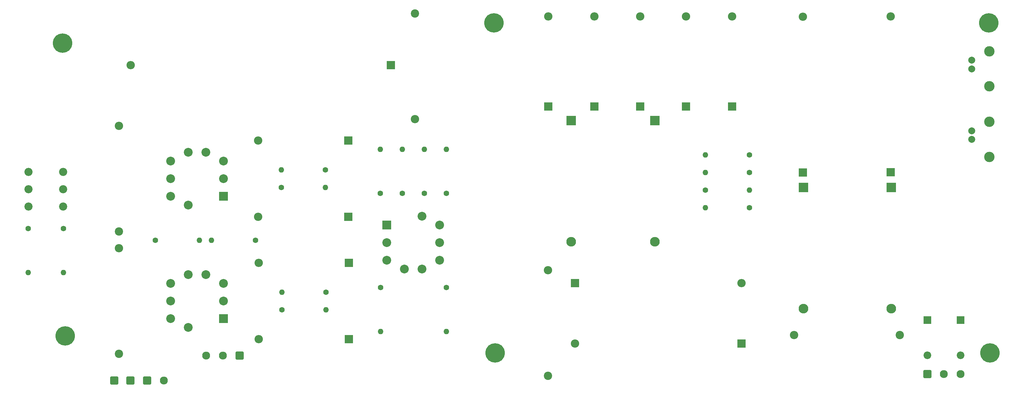
<source format=gbr>
%TF.GenerationSoftware,KiCad,Pcbnew,(6.0.0)*%
%TF.CreationDate,2022-08-03T23:08:05+01:00*%
%TF.ProjectId,Decware SE84,44656377-6172-4652-9053-4538342e6b69,rev?*%
%TF.SameCoordinates,Original*%
%TF.FileFunction,Soldermask,Bot*%
%TF.FilePolarity,Negative*%
%FSLAX46Y46*%
G04 Gerber Fmt 4.6, Leading zero omitted, Abs format (unit mm)*
G04 Created by KiCad (PCBNEW (6.0.0)) date 2022-08-03 23:08:05*
%MOMM*%
%LPD*%
G01*
G04 APERTURE LIST*
G04 Aperture macros list*
%AMRoundRect*
0 Rectangle with rounded corners*
0 $1 Rounding radius*
0 $2 $3 $4 $5 $6 $7 $8 $9 X,Y pos of 4 corners*
0 Add a 4 corners polygon primitive as box body*
4,1,4,$2,$3,$4,$5,$6,$7,$8,$9,$2,$3,0*
0 Add four circle primitives for the rounded corners*
1,1,$1+$1,$2,$3*
1,1,$1+$1,$4,$5*
1,1,$1+$1,$6,$7*
1,1,$1+$1,$8,$9*
0 Add four rect primitives between the rounded corners*
20,1,$1+$1,$2,$3,$4,$5,0*
20,1,$1+$1,$4,$5,$6,$7,0*
20,1,$1+$1,$6,$7,$8,$9,0*
20,1,$1+$1,$8,$9,$2,$3,0*%
G04 Aperture macros list end*
%ADD10C,1.600000*%
%ADD11O,1.600000X1.600000*%
%ADD12R,2.400000X2.400000*%
%ADD13O,2.400000X2.400000*%
%ADD14C,2.340000*%
%ADD15C,2.400000*%
%ADD16R,2.200000X2.200000*%
%ADD17O,2.200000X2.200000*%
%ADD18C,5.600000*%
%ADD19RoundRect,0.250001X0.899999X0.899999X-0.899999X0.899999X-0.899999X-0.899999X0.899999X-0.899999X0*%
%ADD20R,2.800000X2.800000*%
%ADD21O,2.800000X2.800000*%
%ADD22RoundRect,0.250001X-0.899999X-0.899999X0.899999X-0.899999X0.899999X0.899999X-0.899999X0.899999X0*%
%ADD23C,2.300000*%
%ADD24C,2.000000*%
%ADD25C,3.000000*%
%ADD26R,2.540000X2.540000*%
%ADD27C,2.540000*%
G04 APERTURE END LIST*
D10*
%TO.C,R17*%
X217530000Y-100408060D03*
D11*
X204830000Y-100408060D03*
%TD*%
D10*
%TO.C,R15*%
X82503437Y-104754771D03*
D11*
X95203437Y-104754771D03*
%TD*%
D12*
%TO.C,C6*%
X199237590Y-81379178D03*
D13*
X199237590Y-55379178D03*
%TD*%
D14*
%TO.C,RV1*%
X9635283Y-100245000D03*
X9635283Y-105245000D03*
X9635283Y-110245000D03*
X19635283Y-100245000D03*
X19635283Y-105245000D03*
X19635283Y-110245000D03*
%TD*%
D15*
%TO.C,R20*%
X121060000Y-54500000D03*
D13*
X121060000Y-84980000D03*
%TD*%
D12*
%TO.C,C16*%
X114085871Y-69450000D03*
D13*
X39085871Y-69450000D03*
%TD*%
D16*
%TO.C,D2*%
X268770000Y-142990000D03*
D17*
X268770000Y-153150000D03*
%TD*%
D12*
%TO.C,C13*%
X102033437Y-126490022D03*
D13*
X76033437Y-126490022D03*
%TD*%
D10*
%TO.C,R12*%
X217530000Y-110583030D03*
D11*
X204830000Y-110583030D03*
%TD*%
D18*
%TO.C,J6*%
X19500000Y-63120850D03*
%TD*%
D10*
%TO.C,R2*%
X9550000Y-116640406D03*
D11*
X9550000Y-129340406D03*
%TD*%
D18*
%TO.C,J6*%
X20220000Y-147550000D03*
%TD*%
D19*
%TO.C,Out Right*%
X34400000Y-160494809D03*
%TD*%
D10*
%TO.C,R4*%
X117442883Y-106440022D03*
D11*
X117442883Y-93740022D03*
%TD*%
D20*
%TO.C,C5*%
X233057590Y-104721267D03*
D21*
X233057590Y-139721267D03*
%TD*%
D12*
%TO.C,C8*%
X167220000Y-132387484D03*
D13*
X215220000Y-132387484D03*
%TD*%
D15*
%TO.C,R1*%
X260854078Y-147320000D03*
D13*
X230374078Y-147320000D03*
%TD*%
D12*
%TO.C,C15*%
X101853437Y-91194771D03*
D13*
X75853437Y-91194771D03*
%TD*%
D22*
%TO.C,300-0-300VAC*%
X268770000Y-158567044D03*
D23*
X273570000Y-158567044D03*
X278370000Y-158567044D03*
%TD*%
D12*
%TO.C,C3*%
X212467590Y-81379178D03*
D13*
X212467590Y-55379178D03*
%TD*%
D10*
%TO.C,R11*%
X204830000Y-105495545D03*
D11*
X217530000Y-105495545D03*
%TD*%
D10*
%TO.C,R8*%
X130146775Y-133632456D03*
D11*
X130146775Y-146332456D03*
%TD*%
D10*
%TO.C,R13*%
X82683437Y-140050022D03*
D11*
X95383437Y-140050022D03*
%TD*%
D20*
%TO.C,C18*%
X190210000Y-85451802D03*
D21*
X190210000Y-120451802D03*
%TD*%
D12*
%TO.C,C10*%
X101853437Y-113234771D03*
D13*
X75853437Y-113234771D03*
%TD*%
D10*
%TO.C,R9*%
X123762045Y-106440022D03*
D11*
X123762045Y-93740022D03*
%TD*%
D12*
%TO.C,C17*%
X186007590Y-81379178D03*
D13*
X186007590Y-55379178D03*
%TD*%
D18*
%TO.C,J6*%
X286530118Y-57291980D03*
%TD*%
D12*
%TO.C,C9*%
X215220000Y-149749940D03*
D13*
X167220000Y-149749940D03*
%TD*%
D10*
%TO.C,R16*%
X95203437Y-99674771D03*
D11*
X82503437Y-99674771D03*
%TD*%
D18*
%TO.C,J6*%
X144190000Y-152465728D03*
%TD*%
D19*
%TO.C,Out Left*%
X39052500Y-160464809D03*
%TD*%
%TO.C,6.3 VAC*%
X70490000Y-153240000D03*
D23*
X65690000Y-153240000D03*
X60890000Y-153240000D03*
%TD*%
D18*
%TO.C,J6*%
X143850000Y-57291980D03*
%TD*%
D10*
%TO.C,R22*%
X75090000Y-119960000D03*
D11*
X62390000Y-119960000D03*
%TD*%
D24*
%TO.C,J2*%
X281592163Y-70523978D03*
D25*
X286692163Y-65473978D03*
D24*
X281592163Y-68023978D03*
D25*
X286692163Y-75573978D03*
%TD*%
D22*
%TO.C,Out Common*%
X43850000Y-160442844D03*
D23*
X48650000Y-160442844D03*
%TD*%
D12*
%TO.C,C11*%
X102033437Y-148530022D03*
D13*
X76033437Y-148530022D03*
%TD*%
D12*
%TO.C,C7*%
X159547590Y-81379178D03*
D13*
X159547590Y-55379178D03*
%TD*%
D12*
%TO.C,C1*%
X258267590Y-100379178D03*
D13*
X258267590Y-55379178D03*
%TD*%
D26*
%TO.C,U2*%
X65903437Y-142590022D03*
D27*
X65903437Y-137510022D03*
X65903437Y-132430022D03*
X60823437Y-129890022D03*
X55743437Y-129890022D03*
X50663437Y-132430022D03*
X50663437Y-137510022D03*
X50663437Y-142590022D03*
X55743437Y-145130022D03*
%TD*%
D20*
%TO.C,C2*%
X258367590Y-104721267D03*
D21*
X258367590Y-139721267D03*
%TD*%
D20*
%TO.C,C12*%
X166150000Y-85451802D03*
D21*
X166150000Y-120451802D03*
%TD*%
D24*
%TO.C,J3*%
X281592163Y-90873978D03*
D25*
X286692163Y-85823978D03*
D24*
X281592163Y-88373978D03*
D25*
X286692163Y-95923978D03*
%TD*%
D10*
%TO.C,R10*%
X130088991Y-106440022D03*
D11*
X130088991Y-93740022D03*
%TD*%
D26*
%TO.C,U1*%
X112982464Y-115610022D03*
D27*
X112982464Y-120690022D03*
X112982464Y-125770022D03*
X118062464Y-128310022D03*
X123142464Y-128310022D03*
X128222464Y-125770022D03*
X128222464Y-120690022D03*
X128222464Y-115610022D03*
X123142464Y-113070022D03*
%TD*%
D16*
%TO.C,D1*%
X278370000Y-142990000D03*
D17*
X278370000Y-153150000D03*
%TD*%
D26*
%TO.C,U3*%
X65903437Y-107294771D03*
D27*
X65903437Y-102214771D03*
X65903437Y-97134771D03*
X60823437Y-94594771D03*
X55743437Y-94594771D03*
X50663437Y-97134771D03*
X50663437Y-102214771D03*
X50663437Y-107294771D03*
X55743437Y-109834771D03*
%TD*%
D10*
%TO.C,R6*%
X111115937Y-106440022D03*
D11*
X111115937Y-93740022D03*
%TD*%
D12*
%TO.C,C14*%
X172777590Y-81379178D03*
D13*
X172777590Y-55379178D03*
%TD*%
D10*
%TO.C,R23*%
X46260000Y-119960000D03*
D11*
X58960000Y-119960000D03*
%TD*%
D12*
%TO.C,C4*%
X232950566Y-100451634D03*
D13*
X232950566Y-55451634D03*
%TD*%
D18*
%TO.C,Chassis*%
X286870000Y-152465728D03*
%TD*%
D15*
%TO.C,R18*%
X35703437Y-152755022D03*
D13*
X35703437Y-122275022D03*
%TD*%
D15*
%TO.C,R7*%
X159380874Y-159145000D03*
D13*
X159380874Y-128665000D03*
%TD*%
D15*
%TO.C,R21*%
X35743437Y-117459771D03*
D13*
X35743437Y-86979771D03*
%TD*%
D10*
%TO.C,R14*%
X95383437Y-134970022D03*
D11*
X82683437Y-134970022D03*
%TD*%
D10*
%TO.C,R3*%
X19750000Y-116640406D03*
D11*
X19750000Y-129340406D03*
%TD*%
D10*
%TO.C,R5*%
X111165937Y-133632456D03*
D11*
X111165937Y-146332456D03*
%TD*%
D10*
%TO.C,R19*%
X217530000Y-95320574D03*
D11*
X204830000Y-95320574D03*
%TD*%
M02*

</source>
